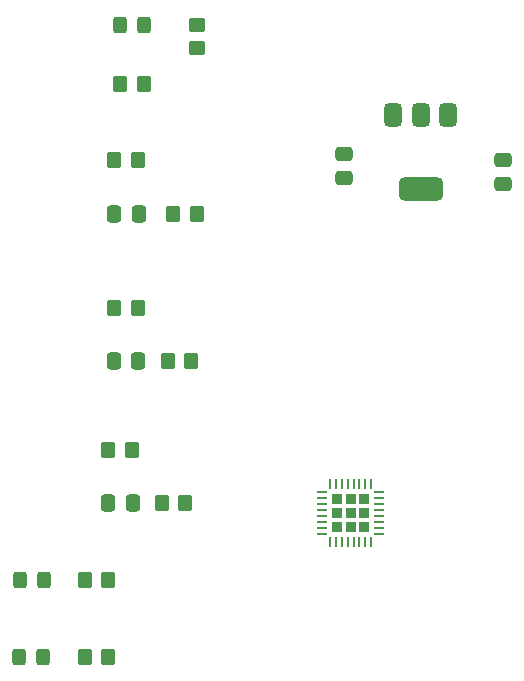
<source format=gbr>
%TF.GenerationSoftware,KiCad,Pcbnew,8.0.5*%
%TF.CreationDate,2024-11-07T20:07:23-06:00*%
%TF.ProjectId,LEDDashboard,4c454444-6173-4686-926f-6172642e6b69,rev?*%
%TF.SameCoordinates,Original*%
%TF.FileFunction,Paste,Top*%
%TF.FilePolarity,Positive*%
%FSLAX46Y46*%
G04 Gerber Fmt 4.6, Leading zero omitted, Abs format (unit mm)*
G04 Created by KiCad (PCBNEW 8.0.5) date 2024-11-07 20:07:23*
%MOMM*%
%LPD*%
G01*
G04 APERTURE LIST*
G04 Aperture macros list*
%AMRoundRect*
0 Rectangle with rounded corners*
0 $1 Rounding radius*
0 $2 $3 $4 $5 $6 $7 $8 $9 X,Y pos of 4 corners*
0 Add a 4 corners polygon primitive as box body*
4,1,4,$2,$3,$4,$5,$6,$7,$8,$9,$2,$3,0*
0 Add four circle primitives for the rounded corners*
1,1,$1+$1,$2,$3*
1,1,$1+$1,$4,$5*
1,1,$1+$1,$6,$7*
1,1,$1+$1,$8,$9*
0 Add four rect primitives between the rounded corners*
20,1,$1+$1,$2,$3,$4,$5,0*
20,1,$1+$1,$4,$5,$6,$7,0*
20,1,$1+$1,$6,$7,$8,$9,0*
20,1,$1+$1,$8,$9,$2,$3,0*%
G04 Aperture macros list end*
%ADD10RoundRect,0.375000X-0.375000X0.625000X-0.375000X-0.625000X0.375000X-0.625000X0.375000X0.625000X0*%
%ADD11RoundRect,0.500000X-1.400000X0.500000X-1.400000X-0.500000X1.400000X-0.500000X1.400000X0.500000X0*%
%ADD12RoundRect,0.250000X-0.350000X-0.450000X0.350000X-0.450000X0.350000X0.450000X-0.350000X0.450000X0*%
%ADD13RoundRect,0.250000X0.350000X0.450000X-0.350000X0.450000X-0.350000X-0.450000X0.350000X-0.450000X0*%
%ADD14RoundRect,0.250000X0.450000X-0.350000X0.450000X0.350000X-0.450000X0.350000X-0.450000X-0.350000X0*%
%ADD15RoundRect,0.250000X-0.325000X-0.450000X0.325000X-0.450000X0.325000X0.450000X-0.325000X0.450000X0*%
%ADD16RoundRect,0.250000X-0.337500X-0.475000X0.337500X-0.475000X0.337500X0.475000X-0.337500X0.475000X0*%
%ADD17RoundRect,0.250000X-0.475000X0.337500X-0.475000X-0.337500X0.475000X-0.337500X0.475000X0.337500X0*%
%ADD18RoundRect,0.232500X-0.232500X-0.232500X0.232500X-0.232500X0.232500X0.232500X-0.232500X0.232500X0*%
%ADD19RoundRect,0.062500X-0.375000X-0.062500X0.375000X-0.062500X0.375000X0.062500X-0.375000X0.062500X0*%
%ADD20RoundRect,0.062500X-0.062500X-0.375000X0.062500X-0.375000X0.062500X0.375000X-0.062500X0.375000X0*%
G04 APERTURE END LIST*
D10*
%TO.C,U2*%
X62632500Y-32632500D03*
D11*
X64932500Y-38932500D03*
D10*
X64932500Y-32632500D03*
X67232500Y-32632500D03*
%TD*%
D12*
%TO.C,R10*%
X43000000Y-65500000D03*
X45000000Y-65500000D03*
%TD*%
%TO.C,R9*%
X38500000Y-61000000D03*
X40500000Y-61000000D03*
%TD*%
%TO.C,R8*%
X43500000Y-53500000D03*
X45500000Y-53500000D03*
%TD*%
%TO.C,R7*%
X39000000Y-49000000D03*
X41000000Y-49000000D03*
%TD*%
%TO.C,R6*%
X44000000Y-41000000D03*
X46000000Y-41000000D03*
%TD*%
%TO.C,R5*%
X39000000Y-36500000D03*
X41000000Y-36500000D03*
%TD*%
%TO.C,R4*%
X36500000Y-78500000D03*
X38500000Y-78500000D03*
%TD*%
%TO.C,R3*%
X36500000Y-72000000D03*
X38500000Y-72000000D03*
%TD*%
D13*
%TO.C,R2*%
X41500000Y-30000000D03*
X39500000Y-30000000D03*
%TD*%
D14*
%TO.C,R1*%
X46000000Y-27000000D03*
X46000000Y-25000000D03*
%TD*%
D15*
%TO.C,D3*%
X30950000Y-78500000D03*
X33000000Y-78500000D03*
%TD*%
%TO.C,D2*%
X31000000Y-72000000D03*
X33050000Y-72000000D03*
%TD*%
%TO.C,D1*%
X39475000Y-25000000D03*
X41525000Y-25000000D03*
%TD*%
D16*
%TO.C,C5*%
X38462500Y-65500000D03*
X40537500Y-65500000D03*
%TD*%
%TO.C,C4*%
X38962500Y-53500000D03*
X41037500Y-53500000D03*
%TD*%
%TO.C,C3*%
X39000000Y-41000000D03*
X41075000Y-41000000D03*
%TD*%
D17*
%TO.C,C2*%
X58432500Y-38007500D03*
X58432500Y-35932500D03*
%TD*%
%TO.C,C1*%
X71932500Y-38507500D03*
X71932500Y-36432500D03*
%TD*%
D18*
%TO.C,U1*%
X57850000Y-65200000D03*
X57850000Y-66350000D03*
X57850000Y-67500000D03*
X59000000Y-65200000D03*
X59000000Y-66350000D03*
X59000000Y-67500000D03*
X60150000Y-65200000D03*
X60150000Y-66350000D03*
X60150000Y-67500000D03*
D19*
X56562500Y-64600000D03*
X56562500Y-65100000D03*
X56562500Y-65600000D03*
X56562500Y-66100000D03*
X56562500Y-66600000D03*
X56562500Y-67100000D03*
X56562500Y-67600000D03*
X56562500Y-68100000D03*
D20*
X57250000Y-68787500D03*
X57750000Y-68787500D03*
X58250000Y-68787500D03*
X58750000Y-68787500D03*
X59250000Y-68787500D03*
X59750000Y-68787500D03*
X60250000Y-68787500D03*
X60750000Y-68787500D03*
D19*
X61437500Y-68100000D03*
X61437500Y-67600000D03*
X61437500Y-67100000D03*
X61437500Y-66600000D03*
X61437500Y-66100000D03*
X61437500Y-65600000D03*
X61437500Y-65100000D03*
X61437500Y-64600000D03*
D20*
X60750000Y-63912500D03*
X60250000Y-63912500D03*
X59750000Y-63912500D03*
X59250000Y-63912500D03*
X58750000Y-63912500D03*
X58250000Y-63912500D03*
X57750000Y-63912500D03*
X57250000Y-63912500D03*
%TD*%
M02*

</source>
